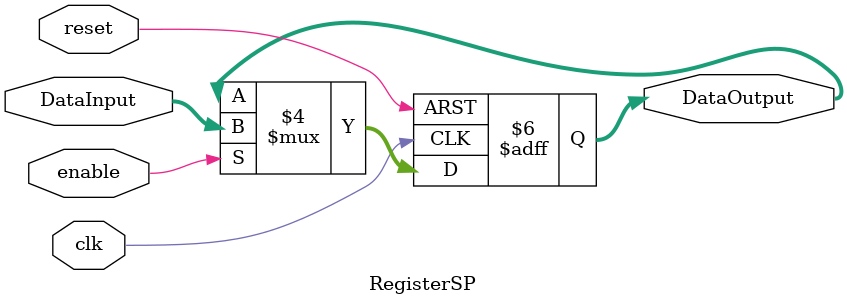
<source format=v>
module RegisterSP
#(
	parameter N=32
)
(
	input clk,
	input reset,
	input enable,
	input  [N-1:0] DataInput,
	
	
	output reg [N-1:0] DataOutput
);

always@(negedge reset or posedge clk) begin
	if(reset==0)
		DataOutput <= 0;
	else	
		if(enable==1)
			DataOutput<=DataInput;
end

endmodule
</source>
